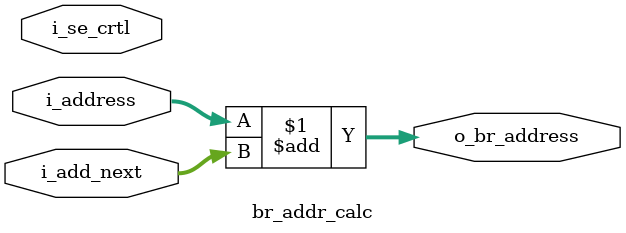
<source format=v>
module br_addr_calc (
    input  wire [31:0] i_address,
    input  wire [31:0] i_add_next,
    input  wire        i_se_crtl,
    output wire [31:0] o_br_address
);

    assign o_br_address = i_address + i_add_next;

endmodule

</source>
